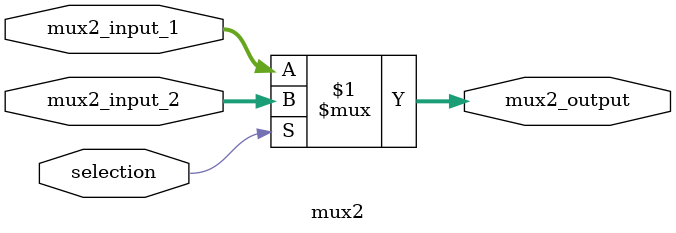
<source format=v>
module mux2 #(parameter WIDTH = 16)(
	input [WIDTH - 1 : 0] mux2_input_1, mux2_input_2,
	input selection,
	output [WIDTH - 1 : 0] mux2_output
	);
	
	assign mux2_output = selection ? mux2_input_2 : mux2_input_1;
endmodule 
</source>
